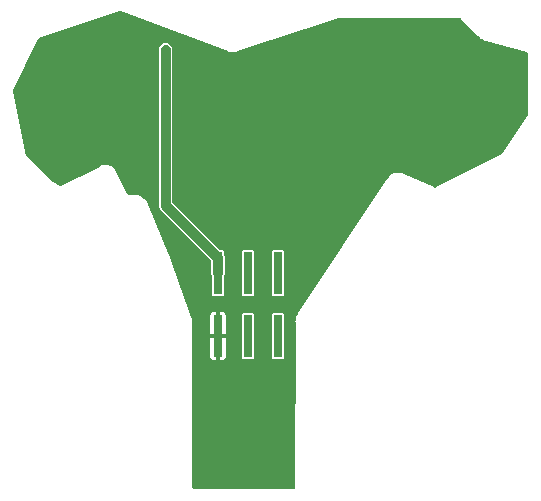
<source format=gbr>
G04 EAGLE Gerber RS-274X export*
G75*
%MOMM*%
%FSLAX34Y34*%
%LPD*%
%INBottom Copper*%
%IPPOS*%
%AMOC8*
5,1,8,0,0,1.08239X$1,22.5*%
G01*
%ADD10R,0.787400X3.556000*%
%ADD11C,0.812800*%
%ADD12C,0.756400*%

G36*
X248252Y8894D02*
X248252Y8894D01*
X248278Y8892D01*
X248426Y8914D01*
X248574Y8931D01*
X248597Y8939D01*
X248622Y8943D01*
X248761Y8998D01*
X248902Y9048D01*
X248923Y9062D01*
X248946Y9071D01*
X249069Y9156D01*
X249194Y9237D01*
X249212Y9255D01*
X249233Y9270D01*
X249333Y9380D01*
X249437Y9488D01*
X249450Y9509D01*
X249467Y9528D01*
X249539Y9659D01*
X249616Y9787D01*
X249623Y9811D01*
X249635Y9833D01*
X249676Y9977D01*
X249722Y10119D01*
X249724Y10144D01*
X249731Y10168D01*
X249751Y10412D01*
X249934Y149958D01*
X249930Y149989D01*
X249933Y150021D01*
X249903Y150264D01*
X249736Y151082D01*
X249909Y151971D01*
X249911Y151994D01*
X249917Y152016D01*
X249937Y152259D01*
X249938Y153164D01*
X250259Y153936D01*
X250267Y153966D01*
X250282Y153995D01*
X250347Y154230D01*
X250507Y155050D01*
X251006Y155805D01*
X251016Y155826D01*
X251030Y155843D01*
X251100Y155979D01*
X251124Y156019D01*
X251130Y156036D01*
X251142Y156061D01*
X251490Y156897D01*
X252081Y157487D01*
X252101Y157512D01*
X252125Y157532D01*
X252276Y157725D01*
X327536Y271491D01*
X327538Y271495D01*
X327541Y271498D01*
X327658Y271713D01*
X328081Y272667D01*
X328586Y273148D01*
X328618Y273186D01*
X328656Y273218D01*
X328807Y273411D01*
X329191Y273992D01*
X330056Y274575D01*
X330059Y274578D01*
X330064Y274581D01*
X330254Y274734D01*
X331010Y275454D01*
X331660Y275704D01*
X331704Y275727D01*
X331751Y275743D01*
X331964Y275863D01*
X332541Y276253D01*
X333564Y276461D01*
X333568Y276463D01*
X333573Y276463D01*
X333808Y276532D01*
X334781Y276908D01*
X335478Y276890D01*
X335527Y276895D01*
X335577Y276891D01*
X335820Y276921D01*
X336502Y277060D01*
X337527Y276861D01*
X337531Y276860D01*
X337536Y276859D01*
X337779Y276833D01*
X338822Y276808D01*
X339459Y276525D01*
X339507Y276510D01*
X339551Y276488D01*
X339786Y276422D01*
X340470Y276289D01*
X341341Y275714D01*
X341345Y275712D01*
X341348Y275708D01*
X341563Y275592D01*
X367130Y264252D01*
X367154Y264244D01*
X367176Y264232D01*
X367320Y264192D01*
X367463Y264148D01*
X367488Y264146D01*
X367512Y264139D01*
X367661Y264133D01*
X367810Y264122D01*
X367835Y264126D01*
X367860Y264125D01*
X368007Y264153D01*
X368155Y264176D01*
X368178Y264185D01*
X368202Y264190D01*
X368429Y264282D01*
X424227Y292180D01*
X424309Y292234D01*
X424396Y292279D01*
X424455Y292329D01*
X424519Y292371D01*
X424587Y292442D01*
X424661Y292506D01*
X424726Y292587D01*
X424759Y292623D01*
X424777Y292652D01*
X424813Y292698D01*
X446529Y325273D01*
X446598Y325406D01*
X446671Y325538D01*
X446677Y325561D01*
X446688Y325583D01*
X446725Y325729D01*
X446766Y325874D01*
X446768Y325903D01*
X446773Y325921D01*
X446773Y325968D01*
X446785Y326118D01*
X446785Y377267D01*
X446767Y377429D01*
X446750Y377591D01*
X446747Y377602D01*
X446745Y377613D01*
X446690Y377766D01*
X446638Y377921D01*
X446632Y377930D01*
X446628Y377941D01*
X446540Y378078D01*
X446453Y378216D01*
X446445Y378224D01*
X446439Y378234D01*
X446322Y378347D01*
X446206Y378462D01*
X446196Y378468D01*
X446188Y378476D01*
X446048Y378560D01*
X445910Y378646D01*
X445897Y378650D01*
X445889Y378655D01*
X445858Y378665D01*
X445680Y378731D01*
X411278Y388561D01*
X411190Y388575D01*
X411103Y388600D01*
X410983Y388609D01*
X410934Y388617D01*
X410906Y388616D01*
X410860Y388619D01*
X410475Y388619D01*
X409226Y389137D01*
X409178Y389150D01*
X409061Y389194D01*
X407761Y389565D01*
X407460Y389805D01*
X407384Y389852D01*
X407314Y389908D01*
X407207Y389962D01*
X407164Y389989D01*
X407137Y389998D01*
X407096Y390019D01*
X406740Y390166D01*
X405784Y391122D01*
X405745Y391153D01*
X405654Y391238D01*
X404595Y392079D01*
X404409Y392415D01*
X404356Y392488D01*
X404313Y392566D01*
X404235Y392657D01*
X404206Y392698D01*
X404184Y392717D01*
X404154Y392752D01*
X389683Y407223D01*
X389584Y407302D01*
X389491Y407386D01*
X389448Y407410D01*
X389410Y407440D01*
X389296Y407494D01*
X389186Y407555D01*
X389139Y407568D01*
X389095Y407589D01*
X388972Y407615D01*
X388850Y407650D01*
X388789Y407655D01*
X388755Y407662D01*
X388707Y407661D01*
X388606Y407669D01*
X287335Y407669D01*
X287221Y407656D01*
X287105Y407652D01*
X287031Y407634D01*
X286989Y407629D01*
X286948Y407615D01*
X286867Y407596D01*
X200389Y379677D01*
X200343Y379657D01*
X200218Y379610D01*
X199023Y379058D01*
X198602Y379042D01*
X198518Y379028D01*
X198433Y379025D01*
X198346Y379005D01*
X198310Y379001D01*
X198287Y378992D01*
X198258Y378988D01*
X198234Y378978D01*
X198195Y378969D01*
X197794Y378840D01*
X196483Y378945D01*
X196433Y378944D01*
X196299Y378949D01*
X194984Y378896D01*
X194589Y379042D01*
X194506Y379062D01*
X194426Y379092D01*
X194298Y379112D01*
X194250Y379124D01*
X194225Y379124D01*
X194185Y379131D01*
X193765Y379165D01*
X192594Y379764D01*
X192547Y379782D01*
X192426Y379838D01*
X101681Y413230D01*
X101640Y413240D01*
X101602Y413257D01*
X101471Y413281D01*
X101342Y413312D01*
X101300Y413312D01*
X101259Y413320D01*
X101126Y413314D01*
X100994Y413315D01*
X100953Y413306D01*
X100911Y413304D01*
X100673Y413245D01*
X32950Y390671D01*
X32836Y390618D01*
X32718Y390572D01*
X32678Y390544D01*
X32635Y390524D01*
X32535Y390446D01*
X32431Y390374D01*
X32398Y390338D01*
X32360Y390309D01*
X32281Y390210D01*
X32196Y390117D01*
X32165Y390065D01*
X32142Y390037D01*
X32122Y389993D01*
X32070Y389907D01*
X10650Y347067D01*
X10637Y347032D01*
X10618Y346999D01*
X10577Y346869D01*
X10531Y346740D01*
X10526Y346702D01*
X10515Y346666D01*
X10505Y346530D01*
X10489Y346394D01*
X10493Y346356D01*
X10490Y346318D01*
X10521Y346076D01*
X21937Y291235D01*
X21982Y291098D01*
X22022Y290959D01*
X22037Y290933D01*
X22046Y290904D01*
X22122Y290781D01*
X22192Y290655D01*
X22216Y290627D01*
X22228Y290607D01*
X22263Y290572D01*
X22351Y290469D01*
X43944Y268875D01*
X44040Y268799D01*
X44131Y268717D01*
X44187Y268682D01*
X44217Y268659D01*
X44259Y268639D01*
X44340Y268590D01*
X50119Y265701D01*
X50175Y265680D01*
X50228Y265651D01*
X50338Y265621D01*
X50446Y265581D01*
X50506Y265574D01*
X50564Y265558D01*
X50678Y265554D01*
X50792Y265540D01*
X50852Y265546D01*
X50912Y265544D01*
X51025Y265565D01*
X51139Y265578D01*
X51195Y265598D01*
X51254Y265609D01*
X51443Y265685D01*
X51467Y265694D01*
X51473Y265697D01*
X51481Y265701D01*
X82277Y281099D01*
X86164Y283042D01*
X90196Y283328D01*
X94031Y282050D01*
X97084Y279402D01*
X107459Y258653D01*
X107471Y258634D01*
X107479Y258613D01*
X107566Y258489D01*
X107649Y258361D01*
X107665Y258345D01*
X107678Y258327D01*
X107791Y258225D01*
X107901Y258120D01*
X107920Y258109D01*
X107937Y258094D01*
X108070Y258020D01*
X108201Y257943D01*
X108222Y257936D01*
X108242Y257925D01*
X108389Y257884D01*
X108533Y257838D01*
X108556Y257836D01*
X108577Y257830D01*
X108821Y257811D01*
X114229Y257811D01*
X114237Y257812D01*
X114248Y257811D01*
X116261Y257835D01*
X118122Y257065D01*
X118129Y257063D01*
X118139Y257058D01*
X120010Y256309D01*
X121434Y254885D01*
X121440Y254881D01*
X121447Y254872D01*
X122889Y253465D01*
X123660Y251604D01*
X123664Y251597D01*
X123667Y251587D01*
X141913Y209014D01*
X141978Y208900D01*
X142037Y208781D01*
X142070Y208739D01*
X142086Y208712D01*
X142120Y208675D01*
X142187Y208588D01*
X142221Y208551D01*
X142791Y206971D01*
X142806Y206941D01*
X142824Y206888D01*
X143485Y205345D01*
X143486Y205295D01*
X143503Y205164D01*
X143512Y205032D01*
X143526Y204981D01*
X143530Y204949D01*
X143547Y204903D01*
X143576Y204796D01*
X161611Y154834D01*
X161623Y154810D01*
X161637Y154769D01*
X162310Y153142D01*
X162323Y153034D01*
X162333Y152893D01*
X162344Y152854D01*
X162347Y152828D01*
X162363Y152781D01*
X162390Y152685D01*
X162308Y150930D01*
X162310Y150903D01*
X162307Y150860D01*
X162307Y10414D01*
X162310Y10388D01*
X162308Y10362D01*
X162330Y10215D01*
X162347Y10068D01*
X162355Y10043D01*
X162359Y10017D01*
X162414Y9879D01*
X162464Y9740D01*
X162478Y9718D01*
X162488Y9693D01*
X162573Y9572D01*
X162653Y9447D01*
X162672Y9429D01*
X162687Y9407D01*
X162797Y9308D01*
X162904Y9205D01*
X162926Y9191D01*
X162946Y9174D01*
X163076Y9102D01*
X163203Y9026D01*
X163228Y9018D01*
X163251Y9005D01*
X163394Y8965D01*
X163535Y8920D01*
X163561Y8918D01*
X163586Y8910D01*
X163830Y8891D01*
X248227Y8891D01*
X248252Y8894D01*
G37*
%LPC*%
G36*
X179581Y172465D02*
X179581Y172465D01*
X178688Y173358D01*
X178688Y190049D01*
X178688Y190051D01*
X178688Y190053D01*
X178668Y190224D01*
X178648Y190395D01*
X178648Y190397D01*
X178647Y190399D01*
X178572Y190632D01*
X178561Y190658D01*
X178561Y201524D01*
X178547Y201650D01*
X178540Y201776D01*
X178527Y201822D01*
X178521Y201870D01*
X178479Y201989D01*
X178444Y202111D01*
X178420Y202153D01*
X178404Y202198D01*
X178335Y202305D01*
X178274Y202415D01*
X178234Y202461D01*
X178215Y202491D01*
X178180Y202525D01*
X178115Y202601D01*
X134962Y245754D01*
X134111Y247808D01*
X134111Y382112D01*
X134962Y384166D01*
X136534Y385738D01*
X138588Y386589D01*
X140812Y386589D01*
X142866Y385738D01*
X144438Y384166D01*
X145289Y382112D01*
X145289Y251866D01*
X145303Y251740D01*
X145310Y251614D01*
X145323Y251568D01*
X145329Y251520D01*
X145371Y251401D01*
X145406Y251279D01*
X145430Y251237D01*
X145446Y251192D01*
X145515Y251085D01*
X145576Y250975D01*
X145616Y250929D01*
X145635Y250899D01*
X145670Y250865D01*
X145735Y250789D01*
X185003Y211521D01*
X185102Y211442D01*
X185196Y211358D01*
X185238Y211334D01*
X185276Y211304D01*
X185390Y211250D01*
X185501Y211189D01*
X185547Y211176D01*
X185591Y211155D01*
X185714Y211129D01*
X185836Y211094D01*
X185897Y211089D01*
X185932Y211082D01*
X185980Y211083D01*
X186080Y211075D01*
X188719Y211075D01*
X189612Y210182D01*
X189612Y206191D01*
X189612Y206189D01*
X189612Y206187D01*
X189632Y206016D01*
X189652Y205845D01*
X189652Y205843D01*
X189653Y205841D01*
X189728Y205608D01*
X189739Y205582D01*
X189739Y190658D01*
X189728Y190632D01*
X189727Y190630D01*
X189726Y190628D01*
X189679Y190461D01*
X189632Y190297D01*
X189632Y190294D01*
X189631Y190293D01*
X189612Y190049D01*
X189612Y173358D01*
X188719Y172465D01*
X179581Y172465D01*
G37*
%LPD*%
%LPC*%
G36*
X230381Y172465D02*
X230381Y172465D01*
X229488Y173358D01*
X229488Y210182D01*
X230381Y211075D01*
X239519Y211075D01*
X240412Y210182D01*
X240412Y173358D01*
X239519Y172465D01*
X230381Y172465D01*
G37*
%LPD*%
%LPC*%
G36*
X204981Y172465D02*
X204981Y172465D01*
X204088Y173358D01*
X204088Y210182D01*
X204981Y211075D01*
X214119Y211075D01*
X215012Y210182D01*
X215012Y173358D01*
X214119Y172465D01*
X204981Y172465D01*
G37*
%LPD*%
%LPC*%
G36*
X230381Y119125D02*
X230381Y119125D01*
X229488Y120018D01*
X229488Y156842D01*
X230381Y157735D01*
X239519Y157735D01*
X240412Y156842D01*
X240412Y120018D01*
X239519Y119125D01*
X230381Y119125D01*
G37*
%LPD*%
%LPC*%
G36*
X204981Y119125D02*
X204981Y119125D01*
X204088Y120018D01*
X204088Y156842D01*
X204981Y157735D01*
X214119Y157735D01*
X215012Y156842D01*
X215012Y120018D01*
X214119Y119125D01*
X204981Y119125D01*
G37*
%LPD*%
%LPC*%
G36*
X186118Y140398D02*
X186118Y140398D01*
X186118Y158751D01*
X188422Y158751D01*
X189068Y158578D01*
X189647Y158243D01*
X190120Y157770D01*
X190455Y157191D01*
X190628Y156545D01*
X190628Y140398D01*
X186118Y140398D01*
G37*
%LPD*%
%LPC*%
G36*
X186118Y118109D02*
X186118Y118109D01*
X186118Y136462D01*
X190628Y136462D01*
X190628Y120315D01*
X190455Y119669D01*
X190120Y119090D01*
X189647Y118617D01*
X189068Y118282D01*
X188422Y118109D01*
X186118Y118109D01*
G37*
%LPD*%
%LPC*%
G36*
X177672Y140398D02*
X177672Y140398D01*
X177672Y156545D01*
X177845Y157191D01*
X178180Y157770D01*
X178653Y158243D01*
X179232Y158578D01*
X179878Y158751D01*
X182182Y158751D01*
X182182Y140398D01*
X177672Y140398D01*
G37*
%LPD*%
%LPC*%
G36*
X179878Y118109D02*
X179878Y118109D01*
X179232Y118282D01*
X178653Y118617D01*
X178180Y119090D01*
X177845Y119669D01*
X177672Y120315D01*
X177672Y136462D01*
X182182Y136462D01*
X182182Y118109D01*
X179878Y118109D01*
G37*
%LPD*%
D10*
X234950Y191770D03*
X234950Y138430D03*
X209550Y191770D03*
X209550Y138430D03*
X184150Y191770D03*
X184150Y138430D03*
D11*
X184150Y191770D02*
X184150Y204470D01*
X139700Y248920D02*
X139700Y381000D01*
D12*
X139700Y381000D03*
D11*
X139700Y248920D02*
X184150Y204470D01*
D12*
X387350Y400050D03*
X285750Y381000D03*
X44450Y361950D03*
M02*

</source>
